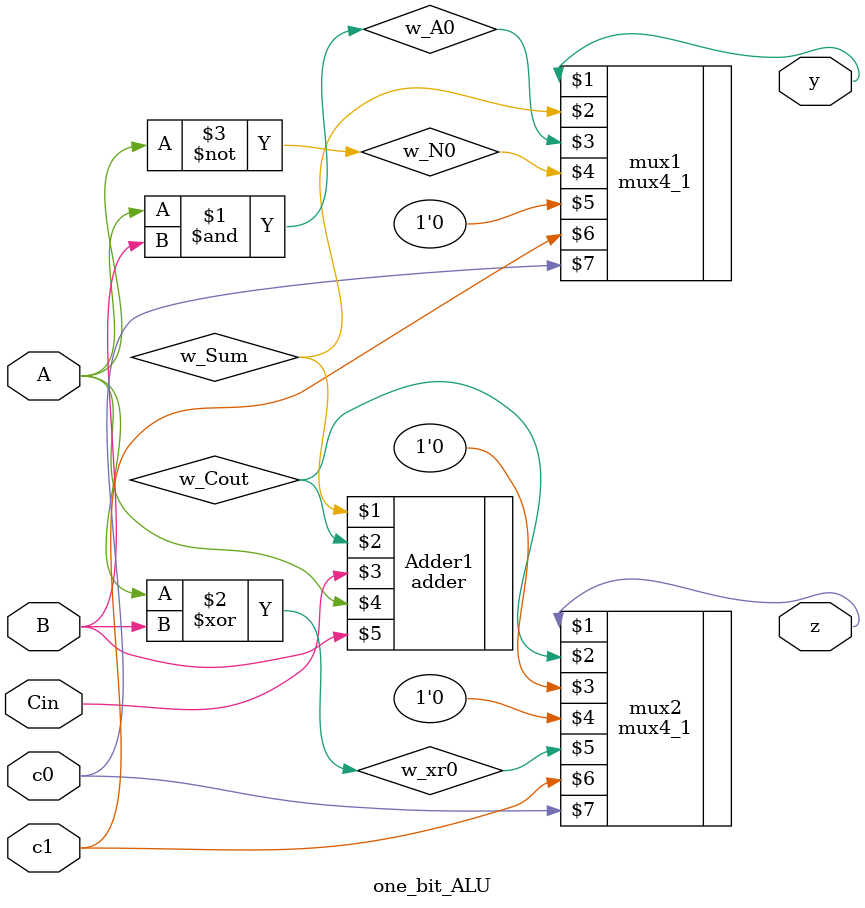
<source format=v>
`include "adder.v"
`include "mux4_1.v"

module one_bit_ALU (y, z, Cin, A, B, c1, c0);
    input Cin, A, B, c1, c0;
    output y, z;

    wire w_Sum, w_Cout;
    wire w_A0, w_N0, w_xr0;

    adder Adder1(w_Sum, w_Cout, Cin, A, B);
    and A0(w_A0, A, B);
    not N0(w_N0, A);
    xor xr0(w_xr0, A, B);

    mux4_1 mux1(y, w_Sum, w_A0, w_N0, 1'b0, c1, c0);
    mux4_1 mux2(z, w_Cout, 1'b0, 1'b0, w_xr0, c1, c0);
endmodule
</source>
